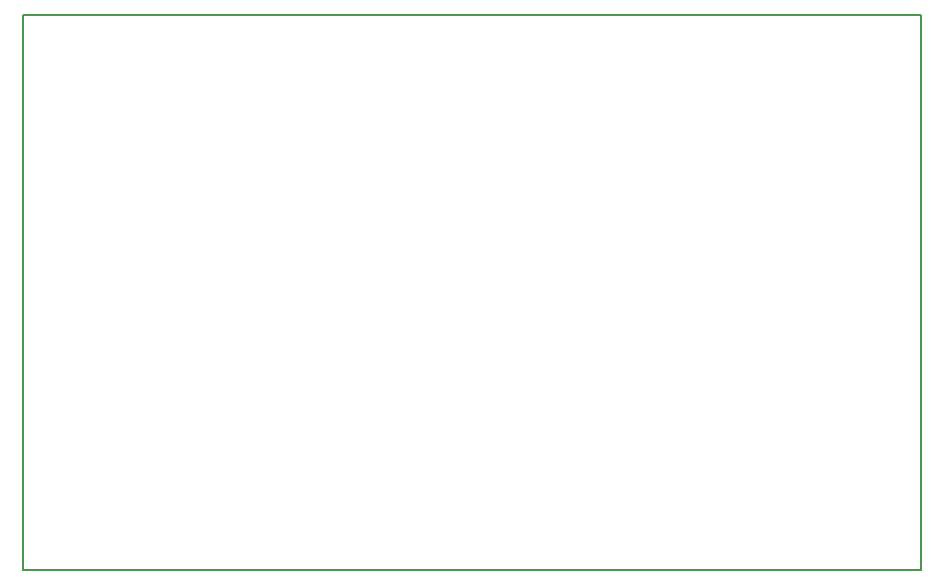
<source format=gm1>
G04 #@! TF.GenerationSoftware,KiCad,Pcbnew,(6.0.0-rc1-dev-163-g630631b41)*
G04 #@! TF.CreationDate,2018-08-07T22:42:02+02:00*
G04 #@! TF.ProjectId,diplexer,6469706C657865722E6B696361645F70,rev?*
G04 #@! TF.SameCoordinates,PX7270e00PY29020c0*
G04 #@! TF.FileFunction,Profile,NP*
%FSLAX46Y46*%
G04 Gerber Fmt 4.6, Leading zero omitted, Abs format (unit mm)*
G04 Created by KiCad (PCBNEW (6.0.0-rc1-dev-163-g630631b41)) date Tue Aug  7 22:42:02 2018*
%MOMM*%
%LPD*%
G01*
G04 APERTURE LIST*
%ADD10C,0.150000*%
G04 APERTURE END LIST*
D10*
X0Y0D02*
X0Y-47000000D01*
X76000000Y0D02*
X76000000Y-47000000D01*
X76000000Y-47000000D02*
X1000000Y-47000000D01*
X1000000Y-47000000D02*
X0Y-47000000D01*
X0Y0D02*
X76000000Y0D01*
M02*

</source>
